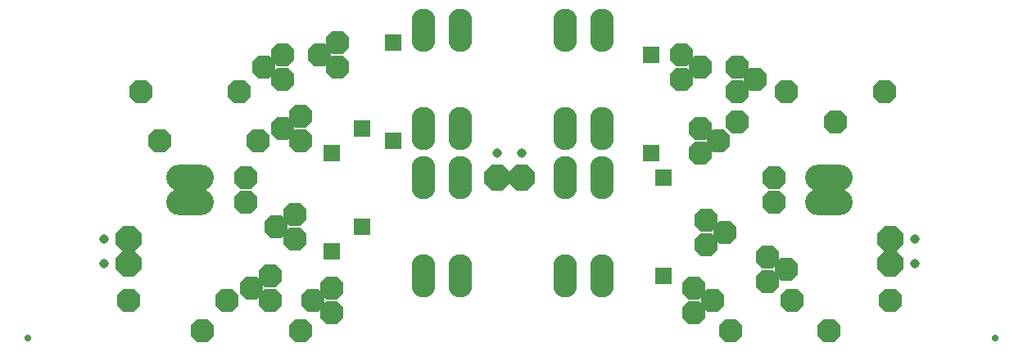
<source format=gbr>
G75*
G70*
%OFA0B0*%
%FSLAX24Y24*%
%IPPOS*%
%LPD*%
%AMOC8*
5,1,8,0,0,1.08239X$1,22.5*
%
%ADD10C,0.0288*%
%ADD11OC8,0.0960*%
%ADD12O,0.0960X0.1760*%
%ADD13OC8,0.1056*%
%ADD14C,0.0384*%
%ADD15O,0.1936X0.1056*%
%ADD16R,0.0672X0.0672*%
D10*
X003371Y002755D03*
X042741Y002755D03*
D11*
X038472Y004286D03*
X035972Y003036D03*
X034472Y004286D03*
X033472Y005036D03*
X034222Y005536D03*
X033472Y006036D03*
X031722Y007036D03*
X030972Y006536D03*
X030972Y007536D03*
X033722Y008286D03*
X033722Y009286D03*
X030722Y010286D03*
X031472Y010786D03*
X030722Y011286D03*
X032222Y011536D03*
X032222Y012786D03*
X032972Y013286D03*
X032222Y013786D03*
X030722Y013786D03*
X029972Y013286D03*
X029972Y014286D03*
X034222Y012786D03*
X036222Y011536D03*
X038222Y012786D03*
X030472Y004786D03*
X031222Y004286D03*
X030472Y003786D03*
X031972Y003036D03*
X015722Y003786D03*
X014972Y004286D03*
X015722Y004786D03*
X013222Y004286D03*
X012472Y004786D03*
X013222Y005286D03*
X011472Y004286D03*
X010472Y003036D03*
X007472Y004286D03*
X014222Y006786D03*
X013472Y007286D03*
X014222Y007786D03*
X012222Y008286D03*
X012222Y009286D03*
X012722Y010786D03*
X013722Y011286D03*
X014472Y011786D03*
X014472Y010786D03*
X011972Y012786D03*
X013722Y013286D03*
X012972Y013786D03*
X013722Y014286D03*
X015222Y014286D03*
X015972Y014786D03*
X015972Y013786D03*
X008722Y010786D03*
X007972Y012786D03*
X014472Y003036D03*
D12*
X019472Y005286D03*
X020972Y005286D03*
X025222Y005286D03*
X026722Y005286D03*
X026722Y009286D03*
X025222Y009286D03*
X020972Y009286D03*
X019472Y009286D03*
X019472Y011286D03*
X020972Y011286D03*
X025222Y011286D03*
X026722Y011286D03*
X026722Y015286D03*
X025222Y015286D03*
X020972Y015286D03*
X019472Y015286D03*
D13*
X022472Y009286D03*
X023472Y009286D03*
X038472Y006786D03*
X038472Y005786D03*
X007472Y005786D03*
X007472Y006786D03*
D14*
X006472Y006786D03*
X006472Y005786D03*
X022472Y010286D03*
X023472Y010286D03*
X039472Y006786D03*
X039472Y005786D03*
D15*
X035972Y008286D03*
X035972Y009286D03*
X009972Y009286D03*
X009972Y008286D03*
D16*
X015722Y006286D03*
X016972Y007286D03*
X015722Y010286D03*
X018222Y010786D03*
X016972Y011286D03*
X018222Y014786D03*
X028722Y014286D03*
X028722Y010286D03*
X029222Y009286D03*
X029222Y005286D03*
M02*

</source>
